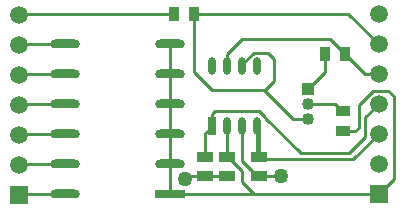
<source format=gtl>
G04*
G04 #@! TF.GenerationSoftware,Altium Limited,Altium Designer,18.0.12 (696)*
G04*
G04 Layer_Physical_Order=1*
G04 Layer_Color=255*
%FSLAX25Y25*%
%MOIN*%
G70*
G01*
G75*
%ADD10C,0.01000*%
%ADD25O,0.10000X0.03000*%
%ADD26R,0.10000X0.03000*%
%ADD27R,0.02500X0.06000*%
%ADD28O,0.02500X0.06000*%
%ADD29R,0.03347X0.05118*%
%ADD30R,0.05118X0.03347*%
%ADD31R,0.05315X0.03740*%
%ADD32C,0.05906*%
%ADD33R,0.05906X0.05906*%
%ADD34R,0.04000X0.04000*%
%ADD35C,0.04000*%
%ADD36C,0.05000*%
D10*
X205000Y120000D02*
X209000Y116000D01*
X209106Y115894D01*
X181000Y116000D02*
X209000D01*
X186000Y121000D02*
X186850Y121850D01*
X192500D01*
X209106Y115894D02*
X250500D01*
X205000Y120000D02*
Y123499D01*
X200350Y128150D02*
X205000Y123499D01*
X200000Y128150D02*
X200350D01*
X200000D02*
Y138500D01*
X210150Y121850D02*
X210500D01*
X181000Y156000D02*
Y166000D01*
Y146000D02*
Y156000D01*
Y136000D02*
Y146000D01*
Y126000D02*
Y136000D01*
Y116000D02*
Y126000D01*
X130500Y175500D02*
X131000Y176000D01*
X182307D01*
X210650Y122000D02*
X218000D01*
X210500Y121850D02*
X210650Y122000D01*
X212361Y150500D02*
X212500D01*
X195000D02*
X212361D01*
X205000Y158500D02*
Y159139D01*
X208861Y163000D01*
X213500D01*
X215500Y161000D01*
Y153500D02*
Y161000D01*
X212500Y150500D02*
X215500Y153500D01*
X212361Y150500D02*
X221861Y141000D01*
X189000Y156500D02*
Y176000D01*
Y156500D02*
X195000Y150500D01*
X240394Y176000D02*
X250500Y165894D01*
X189000Y176000D02*
X240394D01*
X205000Y157861D02*
Y158500D01*
X221861Y141000D02*
X227000D01*
X234287Y167500D02*
X239287Y162500D01*
X205000Y167500D02*
X234287D01*
X200000Y162500D02*
X205000Y167500D01*
X200000Y158500D02*
Y162500D01*
X227000Y151000D02*
X232594Y156595D01*
Y162500D01*
X239287D02*
X245894Y155894D01*
X250500D01*
X236000Y146000D02*
X238500Y143500D01*
X226500Y146000D02*
X236000D01*
X248656Y150347D02*
X253654D01*
X255500Y148500D01*
X238500Y136807D02*
X242807D01*
X244000Y138000D01*
Y145691D01*
X248656Y150347D01*
X255500Y120894D02*
Y148500D01*
X250500Y115894D02*
X255500Y120894D01*
X246047Y141441D02*
X250500Y145894D01*
X246047Y135047D02*
Y141441D01*
X240500Y129500D02*
X246047Y135047D01*
X224500Y129500D02*
X240500D01*
X212750Y141250D02*
X224500Y129500D01*
X196000Y143500D02*
X210639D01*
X212750Y141389D01*
Y141250D02*
Y141389D01*
X195000Y142500D02*
X196000Y143500D01*
X210500Y128500D02*
X211500Y127500D01*
X242106D02*
X250500Y135894D01*
X211500Y127500D02*
X242106D01*
X210500Y128500D02*
Y138000D01*
Y128150D02*
Y128500D01*
X210000Y129000D02*
X210500Y128500D01*
X210000Y129000D02*
Y138500D01*
X195000D02*
Y142500D01*
X205000Y127001D02*
X210150Y121850D01*
X205000Y127001D02*
Y138500D01*
X192500Y121850D02*
X200000D01*
X210000Y138500D02*
X210500Y138000D01*
X192500Y136000D02*
X195000Y138500D01*
X192500Y128150D02*
Y136000D01*
X181000Y174693D02*
X182307Y176000D01*
X130500Y115500D02*
X131000Y116000D01*
X146000D01*
X130500Y125500D02*
X131000Y126000D01*
X146000D01*
X130500Y135500D02*
X131000Y136000D01*
X146000D01*
X130500Y145500D02*
X131000Y146000D01*
X146000D01*
X130500Y155500D02*
X131000Y156000D01*
X146000D01*
X130500Y165500D02*
X131000Y166000D01*
X146000D01*
D25*
D03*
Y156000D02*
D03*
Y146000D02*
D03*
Y136000D02*
D03*
Y126000D02*
D03*
Y116000D02*
D03*
X181000Y166000D02*
D03*
Y156000D02*
D03*
Y146000D02*
D03*
Y136000D02*
D03*
Y126000D02*
D03*
D26*
Y116000D02*
D03*
D27*
X195000Y138500D02*
D03*
D28*
X200000D02*
D03*
X205000D02*
D03*
X210000D02*
D03*
X195000Y158500D02*
D03*
X200000D02*
D03*
X205000D02*
D03*
X210000D02*
D03*
D29*
X182307Y176000D02*
D03*
X189000D02*
D03*
X232594Y162500D02*
D03*
X239287D02*
D03*
D30*
X238500Y143500D02*
D03*
Y136807D02*
D03*
D31*
X210500Y121850D02*
D03*
Y128150D02*
D03*
X192500Y121850D02*
D03*
Y128150D02*
D03*
X200000Y121850D02*
D03*
Y128150D02*
D03*
D32*
X130500Y175500D02*
D03*
Y165500D02*
D03*
Y155500D02*
D03*
Y145500D02*
D03*
Y125500D02*
D03*
Y135500D02*
D03*
X250500Y175894D02*
D03*
Y165894D02*
D03*
Y155894D02*
D03*
Y145894D02*
D03*
Y125894D02*
D03*
Y135894D02*
D03*
D33*
X130500Y115500D02*
D03*
X250500Y115894D02*
D03*
D34*
X227000Y151000D02*
D03*
D35*
Y146000D02*
D03*
Y141000D02*
D03*
D36*
X186000Y121000D02*
D03*
X218000Y122000D02*
D03*
M02*

</source>
